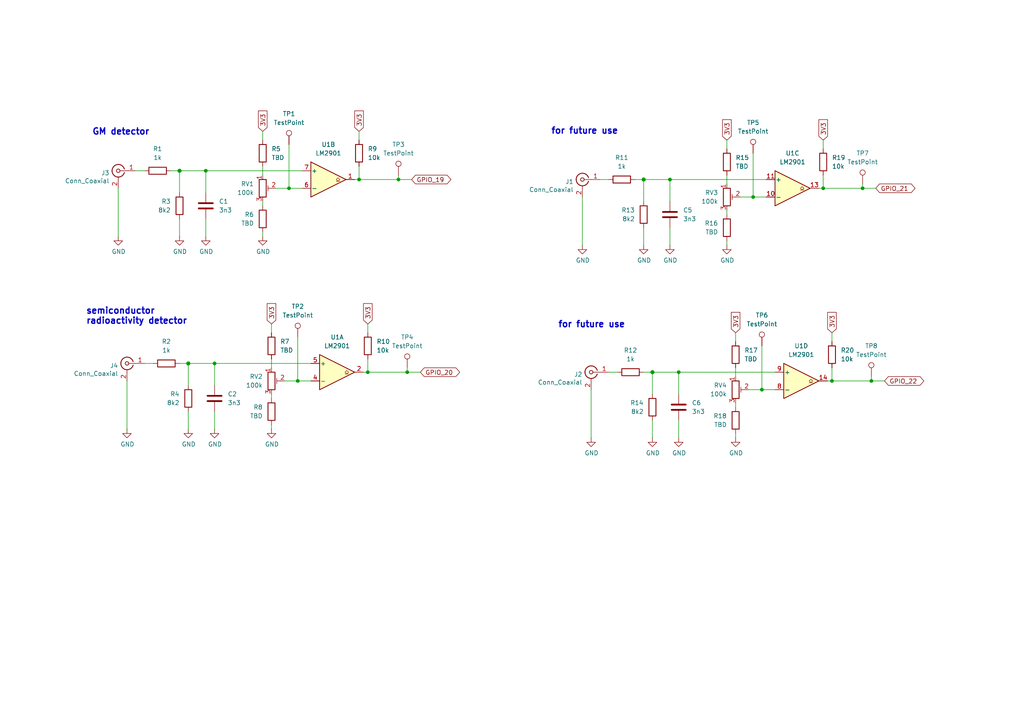
<source format=kicad_sch>
(kicad_sch (version 20250114) (generator "eeschema") (generator_version "9.0")
  (paper "A4")
  (lib_symbols
    (symbol "Comparator:LM2901" (pin_names (offset 0.127))
      (property "Reference" "U" (at 0 5.08 0))
      (property "Value" "LM2901" (at 0 -5.08 0))
      (symbol "LM2901_1_1"
        (polyline (pts (xy -5.08 5.08) (xy 5.08 0) (xy -5.08 -5.08) (xy -5.08 5.08)) (stroke (width 0.254)) (fill (type background)))
        (polyline (pts (xy 3.302 -0.508) (xy 2.794 -0.508) (xy 3.302 0) (xy 2.794 0.508) (xy 2.286 0) (xy 2.794 -0.508) (xy 2.286 -0.508)) (stroke (width 0.127)))
        (pin input line (at -7.62 2.54 0) (length 2.54) (name "+") (number "5"))
        (pin input line (at -7.62 -2.54 0) (length 2.54) (name "-") (number "4"))
        (pin open_collector line (at 7.62 0 180) (length 2.54) (name "~") (number "2"))
      )
      (symbol "LM2901_2_1"
        (polyline (pts (xy -5.08 5.08) (xy 5.08 0) (xy -5.08 -5.08) (xy -5.08 5.08)) (stroke (width 0.254)) (fill (type background)))
        (polyline (pts (xy 3.302 -0.508) (xy 2.794 -0.508) (xy 3.302 0) (xy 2.794 0.508) (xy 2.286 0) (xy 2.794 -0.508) (xy 2.286 -0.508)) (stroke (width 0.127)))
        (pin input line (at -7.62 2.54 0) (length 2.54) (name "+") (number "7"))
        (pin input line (at -7.62 -2.54 0) (length 2.54) (name "-") (number "6"))
        (pin open_collector line (at 7.62 0 180) (length 2.54) (name "~") (number "1"))
      )
      (symbol "LM2901_3_1"
        (polyline (pts (xy -5.08 5.08) (xy 5.08 0) (xy -5.08 -5.08) (xy -5.08 5.08)) (stroke (width 0.254)) (fill (type background)))
        (polyline (pts (xy 3.302 -0.508) (xy 2.794 -0.508) (xy 3.302 0) (xy 2.794 0.508) (xy 2.286 0) (xy 2.794 -0.508) (xy 2.286 -0.508)) (stroke (width 0.127)))
        (pin input line (at -7.62 2.54 0) (length 2.54) (name "+") (number "11"))
        (pin input line (at -7.62 -2.54 0) (length 2.54) (name "-") (number "10"))
        (pin open_collector line (at 7.62 0 180) (length 2.54) (name "~") (number "13"))
      )
      (symbol "LM2901_4_1"
        (polyline (pts (xy -5.08 5.08) (xy 5.08 0) (xy -5.08 -5.08) (xy -5.08 5.08)) (stroke (width 0.254)) (fill (type background)))
        (polyline (pts (xy 3.302 -0.508) (xy 2.794 -0.508) (xy 3.302 0) (xy 2.794 0.508) (xy 2.286 0) (xy 2.794 -0.508) (xy 2.286 -0.508)) (stroke (width 0.127)))
        (pin input line (at -7.62 2.54 0) (length 2.54) (name "+") (number "9"))
        (pin input line (at -7.62 -2.54 0) (length 2.54) (name "-") (number "8"))
        (pin open_collector line (at 7.62 0 180) (length 2.54) (name "~") (number "14"))
      )
      (symbol "LM2901_5_1"
        (pin power_in line (at -2.54 7.62 270) (length 3.81) (name "V+") (number "3"))
        (pin power_in line (at -2.54 -7.62 90) (length 3.81) (name "V-") (number "12"))
      )
    )
    (symbol "Connector:Conn_Coaxial" (pin_names (offset 1.016) (hide yes))
      (property "Reference" "J" (at 0.254 3.048 0))
      (property "Value" "Conn_Coaxial" (at 2.921 0 90))
      (symbol "Conn_Coaxial_0_1"
        (polyline (pts (xy -2.54 0) (xy -0.508 0)))
        (arc (start 1.778 0) (mid 0.222 -1.8079) (end -1.778 -0.508) (stroke (width 0.254)))
        (arc (start -1.778 0.508) (mid 0.2221 1.8084) (end 1.778 0) (stroke (width 0.254)))
        (circle (center 0 0) (radius 0.508) (stroke (width 0.2032)))
        (polyline (pts (xy 0 -2.54) (xy 0 -1.778)))
      )
      (symbol "Conn_Coaxial_1_1"
        (pin passive line (at -5.08 0 0) (length 2.54) (name "In") (number "1"))
        (pin passive line (at 0 -5.08 90) (length 2.54) (name "Ext") (number "2"))
      )
    )
    (symbol "Connector:TestPoint" (pin_numbers (hide yes)) (pin_names (offset 0.762) (hide yes))
      (property "Reference" "TP" (at 0 6.858 0))
      (property "Value" "TestPoint" (at 0 5.08 0))
      (symbol "TestPoint_0_1"
        (circle (center 0 3.302) (radius 0.762))
      )
      (symbol "TestPoint_1_1"
        (pin passive line (at 0 0 90) (length 2.54) (name "1") (number "1"))
      )
    )
    (symbol "Device:C" (pin_numbers (hide yes)) (pin_names (offset 0.254))
      (property "Reference" "C" (at 0.635 2.54 0))
      (property "Value" "C" (at 0.635 -2.54 0))
      (symbol "C_0_1"
        (polyline (pts (xy -2.032 0.762) (xy 2.032 0.762)) (stroke (width 0.508)))
        (polyline (pts (xy -2.032 -0.762) (xy 2.032 -0.762)) (stroke (width 0.508)))
      )
      (symbol "C_1_1"
        (pin passive line (at 0 3.81 270) (length 2.794) (name "~") (number "1"))
        (pin passive line (at 0 -3.81 90) (length 2.794) (name "~") (number "2"))
      )
    )
    (symbol "Device:R" (pin_numbers (hide yes)) (pin_names (offset 0))
      (property "Reference" "R" (at 2.032 0 90))
      (property "Value" "R" (at 0 0 90))
      (symbol "R_0_1"
        (rectangle (start -1.016 -2.54) (end 1.016 2.54) (stroke (width 0.254)))
      )
      (symbol "R_1_1"
        (pin passive line (at 0 3.81 270) (length 1.27) (name "~") (number "1"))
        (pin passive line (at 0 -3.81 90) (length 1.27) (name "~") (number "2"))
      )
    )
    (symbol "Device:R_Potentiometer_Trim" (pin_names (offset 1.016) (hide yes))
      (property "Reference" "RV" (at -4.445 0 90))
      (property "Value" "R_Potentiometer_Trim" (at -2.54 0 90))
      (symbol "R_Potentiometer_Trim_0_1"
        (rectangle (start 1.016 2.54) (end -1.016 -2.54) (stroke (width 0.254)))
        (polyline (pts (xy 1.524 0.762) (xy 1.524 -0.762)))
        (polyline (pts (xy 2.54 0) (xy 1.524 0)))
      )
      (symbol "R_Potentiometer_Trim_1_1"
        (pin passive line (at 0 3.81 270) (length 1.27) (name "1") (number "1"))
        (pin passive line (at 0 -3.81 90) (length 1.27) (name "3") (number "3"))
        (pin passive line (at 3.81 0 180) (length 1.27) (name "2") (number "2"))
      )
    )
    (symbol "power:GND" (power) (pin_numbers (hide yes)) (pin_names (offset 0) (hide yes))
      (property "Value" "GND" (at 0 -3.81 0))
      (symbol "GND_0_1"
        (polyline (pts (xy 0 0) (xy 0 -1.27) (xy 1.27 -1.27) (xy 0 -2.54) (xy -1.27 -1.27) (xy 0 -1.27)))
      )
      (symbol "GND_1_1"
        (pin power_in line (at 0 0 270) (length 0) (name "~") (number "1"))
      )
    )
  )
  (text "GM detector" (at 26.67 39.37 0) (effects (font (size 1.8034 1.8034) (thickness 0.3607) (bold yes)) (justify left bottom)))
  (text "for future use" (at 161.798 95.25 0) (effects (font (size 1.8034 1.8034) (thickness 0.3607) (bold yes)) (justify left bottom)))
  (text "semiconductor \nradioactivity detector" (at 24.892 94.234 0) (effects (font (size 1.8034 1.8034) (thickness 0.3607) (bold yes)) (justify left bottom)))
  (text "for future use" (at 159.766 39.116 0) (effects (font (size 1.8034 1.8034) (thickness 0.3607) (bold yes)) (justify left bottom)))
  (junction (at 59.69 49.53))
  (junction (at 83.82 54.61))
  (junction (at 189.23 107.95) (diameter 1.016))
  (junction (at 238.76 54.61))
  (junction (at 62.23 105.41))
  (junction (at 252.73 110.49))
  (junction (at 54.61 105.41) (diameter 1.016))
  (junction (at 250.19 54.61))
  (junction (at 115.57 52.07))
  (junction (at 241.3 110.49))
  (junction (at 106.68 107.95))
  (junction (at 186.69 52.07) (diameter 1.016))
  (junction (at 220.98 113.03))
  (junction (at 52.07 49.53) (diameter 1.016))
  (junction (at 104.14 52.07))
  (junction (at 86.36 110.49))
  (junction (at 218.44 57.15))
  (junction (at 194.31 52.07))
  (junction (at 118.11 107.95))
  (junction (at 196.85 107.95))
  (wire (pts (xy 82.55 110.49) (xy 86.36 110.49)))
  (wire (pts (xy 168.91 57.15) (xy 168.91 71.12)))
  (wire (pts (xy 252.73 110.49) (xy 256.54 110.49)))
  (wire (pts (xy 106.68 104.14) (xy 106.68 107.95)))
  (wire (pts (xy 214.63 57.15) (xy 218.44 57.15)))
  (wire (pts (xy 62.23 105.41) (xy 90.17 105.41)))
  (wire (pts (xy 34.29 54.61) (xy 34.29 68.58)))
  (wire (pts (xy 105.41 107.95) (xy 106.68 107.95)))
  (wire (pts (xy 213.36 106.68) (xy 213.36 109.22)))
  (wire (pts (xy 86.36 110.49) (xy 90.17 110.49)))
  (wire (pts (xy 217.17 113.03) (xy 220.98 113.03)))
  (wire (pts (xy 104.14 52.07) (xy 115.57 52.07)))
  (wire (pts (xy 213.36 125.73) (xy 213.36 127)))
  (wire (pts (xy 49.53 49.53) (xy 52.07 49.53)))
  (wire (pts (xy 115.57 50.8) (xy 115.57 52.07)))
  (wire (pts (xy 176.53 107.95) (xy 179.07 107.95)))
  (wire (pts (xy 76.2 38.1) (xy 76.2 40.64)))
  (wire (pts (xy 76.2 67.31) (xy 76.2 68.58)))
  (wire (pts (xy 186.69 52.07) (xy 186.69 58.42)))
  (wire (pts (xy 196.85 121.92) (xy 196.85 127)))
  (wire (pts (xy 54.61 105.41) (xy 62.23 105.41)))
  (wire (pts (xy 220.98 100.33) (xy 220.98 113.03)))
  (wire (pts (xy 76.2 58.42) (xy 76.2 59.69)))
  (wire (pts (xy 210.82 60.96) (xy 210.82 62.23)))
  (wire (pts (xy 59.69 63.5) (xy 59.69 68.58)))
  (wire (pts (xy 76.2 48.26) (xy 76.2 50.8)))
  (wire (pts (xy 210.82 40.64) (xy 210.82 43.18)))
  (wire (pts (xy 238.76 40.64) (xy 238.76 43.18)))
  (wire (pts (xy 80.01 54.61) (xy 83.82 54.61)))
  (wire (pts (xy 118.11 106.68) (xy 118.11 107.95)))
  (wire (pts (xy 106.68 107.95) (xy 118.11 107.95)))
  (wire (pts (xy 184.15 52.07) (xy 186.69 52.07)))
  (wire (pts (xy 54.61 105.41) (xy 54.61 111.76)))
  (wire (pts (xy 186.69 107.95) (xy 189.23 107.95)))
  (wire (pts (xy 83.82 54.61) (xy 87.63 54.61)))
  (wire (pts (xy 36.83 110.49) (xy 36.83 124.46)))
  (wire (pts (xy 115.57 52.07) (xy 119.38 52.07)))
  (wire (pts (xy 220.98 113.03) (xy 224.79 113.03)))
  (wire (pts (xy 78.74 114.3) (xy 78.74 115.57)))
  (wire (pts (xy 213.36 96.52) (xy 213.36 99.06)))
  (wire (pts (xy 52.07 49.53) (xy 52.07 55.88)))
  (wire (pts (xy 86.36 97.79) (xy 86.36 110.49)))
  (wire (pts (xy 78.74 104.14) (xy 78.74 106.68)))
  (wire (pts (xy 196.85 107.95) (xy 196.85 114.3)))
  (wire (pts (xy 213.36 116.84) (xy 213.36 118.11)))
  (wire (pts (xy 186.69 52.07) (xy 194.31 52.07)))
  (wire (pts (xy 118.11 107.95) (xy 121.92 107.95)))
  (wire (pts (xy 52.07 49.53) (xy 59.69 49.53)))
  (wire (pts (xy 238.76 50.8) (xy 238.76 54.61)))
  (wire (pts (xy 78.74 93.98) (xy 78.74 96.52)))
  (wire (pts (xy 196.85 107.95) (xy 224.79 107.95)))
  (wire (pts (xy 104.14 38.1) (xy 104.14 40.64)))
  (wire (pts (xy 106.68 93.98) (xy 106.68 96.52)))
  (wire (pts (xy 102.87 52.07) (xy 104.14 52.07)))
  (wire (pts (xy 59.69 49.53) (xy 59.69 55.88)))
  (wire (pts (xy 171.45 113.03) (xy 171.45 127)))
  (wire (pts (xy 62.23 105.41) (xy 62.23 111.76)))
  (wire (pts (xy 237.49 54.61) (xy 238.76 54.61)))
  (wire (pts (xy 241.3 96.52) (xy 241.3 99.06)))
  (wire (pts (xy 194.31 52.07) (xy 194.31 58.42)))
  (wire (pts (xy 210.82 50.8) (xy 210.82 53.34)))
  (wire (pts (xy 218.44 44.45) (xy 218.44 57.15)))
  (wire (pts (xy 104.14 48.26) (xy 104.14 52.07)))
  (wire (pts (xy 241.3 106.68) (xy 241.3 110.49)))
  (wire (pts (xy 194.31 52.07) (xy 222.25 52.07)))
  (wire (pts (xy 78.74 123.19) (xy 78.74 124.46)))
  (wire (pts (xy 62.23 119.38) (xy 62.23 124.46)))
  (wire (pts (xy 54.61 119.38) (xy 54.61 124.46)))
  (wire (pts (xy 41.91 105.41) (xy 44.45 105.41)))
  (wire (pts (xy 52.07 105.41) (xy 54.61 105.41)))
  (wire (pts (xy 252.73 109.22) (xy 252.73 110.49)))
  (wire (pts (xy 250.19 53.34) (xy 250.19 54.61)))
  (wire (pts (xy 83.82 41.91) (xy 83.82 54.61)))
  (wire (pts (xy 39.37 49.53) (xy 41.91 49.53)))
  (wire (pts (xy 186.69 66.04) (xy 186.69 71.12)))
  (wire (pts (xy 189.23 121.92) (xy 189.23 127)))
  (wire (pts (xy 59.69 49.53) (xy 87.63 49.53)))
  (wire (pts (xy 218.44 57.15) (xy 222.25 57.15)))
  (wire (pts (xy 238.76 54.61) (xy 250.19 54.61)))
  (wire (pts (xy 250.19 54.61) (xy 254 54.61)))
  (wire (pts (xy 194.31 66.04) (xy 194.31 71.12)))
  (wire (pts (xy 173.99 52.07) (xy 176.53 52.07)))
  (wire (pts (xy 52.07 63.5) (xy 52.07 68.58)))
  (wire (pts (xy 189.23 107.95) (xy 189.23 114.3)))
  (wire (pts (xy 189.23 107.95) (xy 196.85 107.95)))
  (wire (pts (xy 210.82 69.85) (xy 210.82 71.12)))
  (wire (pts (xy 240.03 110.49) (xy 241.3 110.49)))
  (wire (pts (xy 241.3 110.49) (xy 252.73 110.49)))
  (global_label "GPIO_19" (shape bidirectional) (at 119.38 52.07 0) (property "Intersheetrefs" "${INTERSHEET_REFS}" (effects (hide yes))))
  (global_label "3V3" (shape input) (at 238.76 40.64 90) (property "Intersheetrefs" "${INTERSHEET_REFS}" (effects (hide yes))))
  (global_label "GPIO_20" (shape bidirectional) (at 121.92 107.95 0) (property "Intersheetrefs" "${INTERSHEET_REFS}" (effects (hide yes))))
  (global_label "GPIO_22" (shape bidirectional) (at 256.54 110.49 0) (property "Intersheetrefs" "${INTERSHEET_REFS}" (effects (hide yes))))
  (global_label "GPIO_21" (shape bidirectional) (at 254 54.61 0) (property "Intersheetrefs" "${INTERSHEET_REFS}" (effects (hide yes))))
  (global_label "3V3" (shape input) (at 76.2 38.1 90) (property "Intersheetrefs" "${INTERSHEET_REFS}" (effects (hide yes))))
  (global_label "3V3" (shape input) (at 213.36 96.52 90) (property "Intersheetrefs" "${INTERSHEET_REFS}" (effects (hide yes))))
  (global_label "3V3" (shape input) (at 78.74 93.98 90) (property "Intersheetrefs" "${INTERSHEET_REFS}" (effects (hide yes))))
  (global_label "3V3" (shape input) (at 106.68 93.98 90) (property "Intersheetrefs" "${INTERSHEET_REFS}" (effects (hide yes))))
  (global_label "3V3" (shape input) (at 241.3 96.52 90) (property "Intersheetrefs" "${INTERSHEET_REFS}" (effects (hide yes))))
  (global_label "3V3" (shape input) (at 104.14 38.1 90) (property "Intersheetrefs" "${INTERSHEET_REFS}" (effects (hide yes))))
  (global_label "3V3" (shape input) (at 210.82 40.64 90) (property "Intersheetrefs" "${INTERSHEET_REFS}" (effects (hide yes))))
  (symbol (lib_id "Device:R") (at 48.26 105.41 90) (unit 1)
    (property "Reference" "R2" (at 48.26 99.06 90))
    (property "Value" "1k" (at 48.26 101.6 90))
    (property "Footprint" "Resistor_SMD:R_0805_2012Metric" (effects (hide yes)))
  )
  (symbol (lib_id "Device:R") (at 186.69 62.23 180) (unit 1)
    (property "Reference" "R13" (at 184.15 60.9599 0) (effects (justify left)))
    (property "Value" "8k2" (at 184.15 63.4999 0) (effects (justify left)))
    (property "Footprint" "Resistor_SMD:R_0805_2012Metric" (effects (hide yes)))
  )
  (symbol (lib_id "power:GND") (at 186.69 71.12 0) (unit 1)
    (property "Reference" "#PWR029" (effects (hide yes)))
    (property "Value" "GND" (at 186.817 75.5142 0))
    (property "Description" "Power symbol creates a global label with name \"GND\" , ground" (effects (hide yes)))
  )
  (symbol (lib_id "Connector:Conn_Coaxial") (at 36.83 105.41 0) (mirror y) (unit 1)
    (property "Reference" "J4" (at 34.29 106.045 0) (effects (justify left)))
    (property "Value" "Conn_Coaxial" (at 34.29 108.3564 0) (effects (justify left)))
    (property "Footprint" "Connector_Coaxial:SMA_Molex_73251-2200_Horizontal" (effects (hide yes)))
    (property "Description" "coaxial connector (BNC, SMA, SMB, SMC, Cinch/RCA, LEMO, ...)" (effects (hide yes)))
  )
  (symbol (lib_id "Connector:TestPoint") (at 252.73 109.22 0) (unit 1)
    (property "Reference" "TP8" (at 252.73 100.33 0))
    (property "Value" "TestPoint" (at 252.73 102.87 0))
    (property "Footprint" "TestPoint:TestPoint_Pad_D1.5mm" (effects (hide yes)))
  )
  (symbol (lib_id "power:GND") (at 78.74 124.46 0) (unit 1)
    (property "Reference" "#PWR021" (effects (hide yes)))
    (property "Value" "GND" (at 78.867 128.8542 0))
    (property "Description" "Power symbol creates a global label with name \"GND\" , ground" (effects (hide yes)))
  )
  (symbol (lib_id "Comparator:LM2901") (at 97.79 107.95 0) (unit 1)
    (property "Reference" "U1" (at 97.79 97.79 0))
    (property "Value" "LM2901" (at 97.79 100.33 0))
    (property "Footprint" "Package_SO:SO-14_3.9x8.65mm_P1.27mm" (effects (hide yes)))
    (property "Datasheet" "https://www.st.com/resource/en/datasheet/lm2901.pdf" (effects (hide yes)))
    (property "Description" "Quad Differential Comparators, DIP-14/SOIC-14/TSSOP-14" (effects (hide yes)))
  )
  (symbol (lib_id "Comparator:LM2901") (at 229.87 54.61 0) (unit 3)
    (property "Reference" "U1" (at 229.87 44.45 0))
    (property "Value" "LM2901" (at 229.87 46.99 0))
    (property "Footprint" "Package_SO:SO-14_3.9x8.65mm_P1.27mm" (effects (hide yes)))
    (property "Datasheet" "https://www.st.com/resource/en/datasheet/lm2901.pdf" (effects (hide yes)))
    (property "Description" "Quad Differential Comparators, DIP-14/SOIC-14/TSSOP-14" (effects (hide yes)))
  )
  (symbol (lib_id "Connector:TestPoint") (at 250.19 53.34 0) (unit 1)
    (property "Reference" "TP7" (at 250.19 44.45 0))
    (property "Value" "TestPoint" (at 250.19 46.99 0))
    (property "Footprint" "TestPoint:TestPoint_Pad_D1.5mm" (effects (hide yes)))
  )
  (symbol (lib_id "Connector:TestPoint") (at 118.11 106.68 0) (unit 1)
    (property "Reference" "TP4" (at 118.11 97.79 0))
    (property "Value" "TestPoint" (at 118.11 100.33 0))
    (property "Footprint" "TestPoint:TestPoint_Pad_D1.5mm" (effects (hide yes)))
  )
  (symbol (lib_id "power:GND") (at 168.91 71.12 0) (unit 1)
    (property "Reference" "#PWR028" (effects (hide yes)))
    (property "Value" "GND" (at 169.037 75.5142 0))
    (property "Description" "Power symbol creates a global label with name \"GND\" , ground" (effects (hide yes)))
  )
  (symbol (lib_id "power:GND") (at 59.69 68.58 0) (unit 1)
    (property "Reference" "#PWR05" (effects (hide yes)))
    (property "Value" "GND" (at 59.817 72.9742 0))
    (property "Description" "Power symbol creates a global label with name \"GND\" , ground" (effects (hide yes)))
  )
  (symbol (lib_id "Comparator:LM2901") (at 95.25 52.07 0) (unit 2)
    (property "Reference" "U1" (at 95.25 41.91 0))
    (property "Value" "LM2901" (at 95.25 44.45 0))
    (property "Footprint" "Package_SO:SO-14_3.9x8.65mm_P1.27mm" (effects (hide yes)))
    (property "Datasheet" "https://www.st.com/resource/en/datasheet/lm2901.pdf" (effects (hide yes)))
    (property "Description" "Quad Differential Comparators, DIP-14/SOIC-14/TSSOP-14" (effects (hide yes)))
  )
  (symbol (lib_id "Device:R") (at 238.76 46.99 180) (unit 1)
    (property "Reference" "R19" (at 241.3 45.7199 0) (effects (justify right)))
    (property "Value" "10k" (at 241.3 48.2599 0) (effects (justify right)))
    (property "Footprint" "Resistor_SMD:R_0805_2012Metric" (effects (hide yes)))
  )
  (symbol (lib_id "Device:R") (at 213.36 102.87 180) (unit 1)
    (property "Reference" "R17" (at 215.9 101.5999 0) (effects (justify right)))
    (property "Value" "TBD" (at 215.9 104.1399 0) (effects (justify right)))
    (property "Footprint" "Resistor_SMD:R_0805_2012Metric" (effects (hide yes)))
  )
  (symbol (lib_id "Device:R") (at 213.36 121.92 180) (unit 1)
    (property "Reference" "R18" (at 210.82 120.6499 0) (effects (justify left)))
    (property "Value" "TBD" (at 210.82 123.1899 0) (effects (justify left)))
    (property "Footprint" "Resistor_SMD:R_0805_2012Metric" (effects (hide yes)))
  )
  (symbol (lib_id "Connector:Conn_Coaxial") (at 34.29 49.53 0) (mirror y) (unit 1)
    (property "Reference" "J3" (at 31.75 50.165 0) (effects (justify left)))
    (property "Value" "Conn_Coaxial" (at 31.75 52.4764 0) (effects (justify left)))
    (property "Footprint" "Connector_Coaxial:SMA_Molex_73251-2200_Horizontal" (effects (hide yes)))
    (property "Description" "coaxial connector (BNC, SMA, SMB, SMC, Cinch/RCA, LEMO, ...)" (effects (hide yes)))
  )
  (symbol (lib_id "Connector:TestPoint") (at 220.98 100.33 0) (unit 1)
    (property "Reference" "TP6" (at 220.98 91.44 0))
    (property "Value" "TestPoint" (at 220.98 93.98 0))
    (property "Footprint" "TestPoint:TestPoint_Pad_D1.5mm" (effects (hide yes)))
  )
  (symbol (lib_id "Device:R") (at 189.23 118.11 180) (unit 1)
    (property "Reference" "R14" (at 186.69 116.8399 0) (effects (justify left)))
    (property "Value" "8k2" (at 186.69 119.3799 0) (effects (justify left)))
    (property "Footprint" "Resistor_SMD:R_0805_2012Metric" (effects (hide yes)))
  )
  (symbol (lib_id "Device:C") (at 194.31 62.23 0) (unit 1)
    (property "Reference" "C5" (at 198.12 60.9599 0) (effects (justify left)))
    (property "Value" "3n3" (at 198.12 63.4999 0) (effects (justify left)))
    (property "Footprint" "Capacitor_SMD:C_0805_2012Metric" (effects (hide yes)))
  )
  (symbol (lib_id "Connector:TestPoint") (at 218.44 44.45 0) (unit 1)
    (property "Reference" "TP5" (at 218.44 35.56 0))
    (property "Value" "TestPoint" (at 218.44 38.1 0))
    (property "Footprint" "TestPoint:TestPoint_Pad_D1.5mm" (effects (hide yes)))
  )
  (symbol (lib_id "power:GND") (at 210.82 71.12 0) (unit 1)
    (property "Reference" "#PWR031" (effects (hide yes)))
    (property "Value" "GND" (at 210.947 75.5142 0))
    (property "Description" "Power symbol creates a global label with name \"GND\" , ground" (effects (hide yes)))
  )
  (symbol (lib_id "Device:R") (at 76.2 63.5 180) (unit 1)
    (property "Reference" "R6" (at 73.66 62.2299 0) (effects (justify left)))
    (property "Value" "TBD" (at 73.66 64.7699 0) (effects (justify left)))
    (property "Footprint" "Resistor_SMD:R_0805_2012Metric" (effects (hide yes)))
  )
  (symbol (lib_id "Connector:Conn_Coaxial") (at 168.91 52.07 0) (mirror y) (unit 1)
    (property "Reference" "J1" (at 166.37 52.705 0) (effects (justify left)))
    (property "Value" "Conn_Coaxial" (at 166.37 55.0164 0) (effects (justify left)))
    (property "Footprint" "Connector_Coaxial:SMA_Molex_73251-2200_Horizontal" (effects (hide yes)))
    (property "Description" "coaxial connector (BNC, SMA, SMB, SMC, Cinch/RCA, LEMO, ...)" (effects (hide yes)))
  )
  (symbol (lib_id "power:GND") (at 52.07 68.58 0) (unit 1)
    (property "Reference" "#PWR03" (effects (hide yes)))
    (property "Value" "GND" (at 52.197 72.9742 0))
    (property "Description" "Power symbol creates a global label with name \"GND\" , ground" (effects (hide yes)))
  )
  (symbol (lib_id "power:GND") (at 196.85 127 0) (unit 1)
    (property "Reference" "#PWR025" (effects (hide yes)))
    (property "Value" "GND" (at 196.977 131.3942 0))
    (property "Description" "Power symbol creates a global label with name \"GND\" , ground" (effects (hide yes)))
  )
  (symbol (lib_id "power:GND") (at 189.23 127 0) (unit 1)
    (property "Reference" "#PWR024" (effects (hide yes)))
    (property "Value" "GND" (at 189.357 131.3942 0))
    (property "Description" "Power symbol creates a global label with name \"GND\" , ground" (effects (hide yes)))
  )
  (symbol (lib_id "Comparator:LM2901") (at 232.41 110.49 0) (unit 4)
    (property "Reference" "U1" (at 232.41 100.33 0))
    (property "Value" "LM2901" (at 232.41 102.87 0))
    (property "Footprint" "Package_SO:SO-14_3.9x8.65mm_P1.27mm" (effects (hide yes)))
    (property "Datasheet" "https://www.st.com/resource/en/datasheet/lm2901.pdf" (effects (hide yes)))
    (property "Description" "Quad Differential Comparators, DIP-14/SOIC-14/TSSOP-14" (effects (hide yes)))
  )
  (symbol (lib_id "power:GND") (at 34.29 68.58 0) (unit 1)
    (property "Reference" "#PWR01" (effects (hide yes)))
    (property "Value" "GND" (at 34.417 72.9742 0))
    (property "Description" "Power symbol creates a global label with name \"GND\" , ground" (effects (hide yes)))
  )
  (symbol (lib_id "Device:R_Potentiometer_Trim") (at 76.2 54.61 0) (unit 1)
    (property "Reference" "RV1" (at 73.66 53.3399 0) (effects (justify right)))
    (property "Value" "100k" (at 73.66 55.8799 0) (effects (justify right)))
    (property "Footprint" "Potentiometer_THT:Potentiometer_Bourns_3296W_Vertical" (effects (hide yes)))
    (property "Description" "Trim-potentiometer" (effects (hide yes)))
  )
  (symbol (lib_id "Device:R") (at 52.07 59.69 180) (unit 1)
    (property "Reference" "R3" (at 49.53 58.4199 0) (effects (justify left)))
    (property "Value" "8k2" (at 49.53 60.9599 0) (effects (justify left)))
    (property "Footprint" "Resistor_SMD:R_0805_2012Metric" (effects (hide yes)))
  )
  (symbol (lib_id "power:GND") (at 171.45 127 0) (unit 1)
    (property "Reference" "#PWR023" (effects (hide yes)))
    (property "Value" "GND" (at 171.577 131.3942 0))
    (property "Description" "Power symbol creates a global label with name \"GND\" , ground" (effects (hide yes)))
  )
  (symbol (lib_id "Device:C") (at 59.69 59.69 0) (unit 1)
    (property "Reference" "C1" (at 63.5 58.4199 0) (effects (justify left)))
    (property "Value" "3n3" (at 63.5 60.9599 0) (effects (justify left)))
    (property "Footprint" "Capacitor_SMD:C_0805_2012Metric" (effects (hide yes)))
  )
  (symbol (lib_id "Connector:Conn_Coaxial") (at 171.45 107.95 0) (mirror y) (unit 1)
    (property "Reference" "J2" (at 168.91 108.585 0) (effects (justify left)))
    (property "Value" "Conn_Coaxial" (at 168.91 110.8964 0) (effects (justify left)))
    (property "Footprint" "Connector_Coaxial:SMA_Molex_73251-2200_Horizontal" (effects (hide yes)))
    (property "Description" "coaxial connector (BNC, SMA, SMB, SMC, Cinch/RCA, LEMO, ...)" (effects (hide yes)))
  )
  (symbol (lib_id "power:GND") (at 213.36 127 0) (unit 1)
    (property "Reference" "#PWR026" (effects (hide yes)))
    (property "Value" "GND" (at 213.487 131.3942 0))
    (property "Description" "Power symbol creates a global label with name \"GND\" , ground" (effects (hide yes)))
  )
  (symbol (lib_id "Device:R") (at 78.74 119.38 180) (unit 1)
    (property "Reference" "R8" (at 76.2 118.1099 0) (effects (justify left)))
    (property "Value" "TBD" (at 76.2 120.6499 0) (effects (justify left)))
    (property "Footprint" "Resistor_SMD:R_0805_2012Metric" (effects (hide yes)))
  )
  (symbol (lib_id "Device:R") (at 241.3 102.87 180) (unit 1)
    (property "Reference" "R20" (at 243.84 101.5999 0) (effects (justify right)))
    (property "Value" "10k" (at 243.84 104.1399 0) (effects (justify right)))
    (property "Footprint" "Resistor_SMD:R_0805_2012Metric" (effects (hide yes)))
  )
  (symbol (lib_id "power:GND") (at 194.31 71.12 0) (unit 1)
    (property "Reference" "#PWR030" (effects (hide yes)))
    (property "Value" "GND" (at 194.437 75.5142 0))
    (property "Description" "Power symbol creates a global label with name \"GND\" , ground" (effects (hide yes)))
  )
  (symbol (lib_id "power:GND") (at 54.61 124.46 0) (unit 1)
    (property "Reference" "#PWR019" (effects (hide yes)))
    (property "Value" "GND" (at 54.737 128.8542 0))
    (property "Description" "Power symbol creates a global label with name \"GND\" , ground" (effects (hide yes)))
  )
  (symbol (lib_id "Device:R") (at 182.88 107.95 90) (unit 1)
    (property "Reference" "R12" (at 182.88 101.6 90))
    (property "Value" "1k" (at 182.88 104.14 90))
    (property "Footprint" "Resistor_SMD:R_0805_2012Metric" (effects (hide yes)))
  )
  (symbol (lib_id "Device:C") (at 62.23 115.57 0) (unit 1)
    (property "Reference" "C2" (at 66.04 114.2999 0) (effects (justify left)))
    (property "Value" "3n3" (at 66.04 116.8399 0) (effects (justify left)))
    (property "Footprint" "Capacitor_SMD:C_0805_2012Metric" (effects (hide yes)))
  )
  (symbol (lib_id "Device:R") (at 78.74 100.33 180) (unit 1)
    (property "Reference" "R7" (at 81.28 99.0599 0) (effects (justify right)))
    (property "Value" "TBD" (at 81.28 101.5999 0) (effects (justify right)))
    (property "Footprint" "Resistor_SMD:R_0805_2012Metric" (effects (hide yes)))
  )
  (symbol (lib_id "Device:R_Potentiometer_Trim") (at 213.36 113.03 0) (unit 1)
    (property "Reference" "RV4" (at 210.82 111.7599 0) (effects (justify right)))
    (property "Value" "100k" (at 210.82 114.2999 0) (effects (justify right)))
    (property "Footprint" "Potentiometer_THT:Potentiometer_Bourns_3296W_Vertical" (effects (hide yes)))
    (property "Description" "Trim-potentiometer" (effects (hide yes)))
  )
  (symbol (lib_id "Device:R") (at 180.34 52.07 90) (unit 1)
    (property "Reference" "R11" (at 180.34 45.72 90))
    (property "Value" "1k" (at 180.34 48.26 90))
    (property "Footprint" "Resistor_SMD:R_0805_2012Metric" (effects (hide yes)))
  )
  (symbol (lib_id "power:GND") (at 62.23 124.46 0) (unit 1)
    (property "Reference" "#PWR020" (effects (hide yes)))
    (property "Value" "GND" (at 62.357 128.8542 0))
    (property "Description" "Power symbol creates a global label with name \"GND\" , ground" (effects (hide yes)))
  )
  (symbol (lib_id "power:GND") (at 76.2 68.58 0) (unit 1)
    (property "Reference" "#PWR07" (effects (hide yes)))
    (property "Value" "GND" (at 76.327 72.9742 0))
    (property "Description" "Power symbol creates a global label with name \"GND\" , ground" (effects (hide yes)))
  )
  (symbol (lib_id "Device:R") (at 54.61 115.57 180) (unit 1)
    (property "Reference" "R4" (at 52.07 114.2999 0) (effects (justify left)))
    (property "Value" "8k2" (at 52.07 116.8399 0) (effects (justify left)))
    (property "Footprint" "Resistor_SMD:R_0805_2012Metric" (effects (hide yes)))
  )
  (symbol (lib_id "Connector:TestPoint") (at 83.82 41.91 0) (unit 1)
    (property "Reference" "TP1" (at 83.82 33.02 0))
    (property "Value" "TestPoint" (at 83.82 35.56 0))
    (property "Footprint" "TestPoint:TestPoint_Pad_D1.5mm" (effects (hide yes)))
  )
  (symbol (lib_id "Device:R") (at 45.72 49.53 90) (unit 1)
    (property "Reference" "R1" (at 45.72 43.18 90))
    (property "Value" "1k" (at 45.72 45.72 90))
    (property "Footprint" "Resistor_SMD:R_0805_2012Metric" (effects (hide yes)))
  )
  (symbol (lib_id "Device:R_Potentiometer_Trim") (at 210.82 57.15 0) (unit 1)
    (property "Reference" "RV3" (at 208.28 55.8799 0) (effects (justify right)))
    (property "Value" "100k" (at 208.28 58.4199 0) (effects (justify right)))
    (property "Footprint" "Potentiometer_THT:Potentiometer_Bourns_3296W_Vertical" (effects (hide yes)))
    (property "Description" "Trim-potentiometer" (effects (hide yes)))
  )
  (symbol (lib_id "Device:R_Potentiometer_Trim") (at 78.74 110.49 0) (unit 1)
    (property "Reference" "RV2" (at 76.2 109.2199 0) (effects (justify right)))
    (property "Value" "100k" (at 76.2 111.7599 0) (effects (justify right)))
    (property "Footprint" "Potentiometer_THT:Potentiometer_Bourns_3296W_Vertical" (effects (hide yes)))
    (property "Description" "Trim-potentiometer" (effects (hide yes)))
  )
  (symbol (lib_id "Device:C") (at 196.85 118.11 0) (unit 1)
    (property "Reference" "C6" (at 200.66 116.8399 0) (effects (justify left)))
    (property "Value" "3n3" (at 200.66 119.3799 0) (effects (justify left)))
    (property "Footprint" "Capacitor_SMD:C_0805_2012Metric" (effects (hide yes)))
  )
  (symbol (lib_id "Device:R") (at 106.68 100.33 180) (unit 1)
    (property "Reference" "R10" (at 109.22 99.0599 0) (effects (justify right)))
    (property "Value" "10k" (at 109.22 101.5999 0) (effects (justify right)))
    (property "Footprint" "Resistor_SMD:R_0805_2012Metric" (effects (hide yes)))
  )
  (symbol (lib_id "Device:R") (at 104.14 44.45 180) (unit 1)
    (property "Reference" "R9" (at 106.68 43.1799 0) (effects (justify right)))
    (property "Value" "10k" (at 106.68 45.7199 0) (effects (justify right)))
    (property "Footprint" "Resistor_SMD:R_0805_2012Metric" (effects (hide yes)))
  )
  (symbol (lib_id "Connector:TestPoint") (at 115.57 50.8 0) (unit 1)
    (property "Reference" "TP3" (at 115.57 41.91 0))
    (property "Value" "TestPoint" (at 115.57 44.45 0))
    (property "Footprint" "TestPoint:TestPoint_Pad_D1.5mm" (effects (hide yes)))
  )
  (symbol (lib_id "Connector:TestPoint") (at 86.36 97.79 0) (unit 1)
    (property "Reference" "TP2" (at 86.36 88.9 0))
    (property "Value" "TestPoint" (at 86.36 91.44 0))
    (property "Footprint" "TestPoint:TestPoint_Pad_D1.5mm" (effects (hide yes)))
  )
  (symbol (lib_id "power:GND") (at 36.83 124.46 0) (unit 1)
    (property "Reference" "#PWR018" (effects (hide yes)))
    (property "Value" "GND" (at 36.957 128.8542 0))
    (property "Description" "Power symbol creates a global label with name \"GND\" , ground" (effects (hide yes)))
  )
  (symbol (lib_id "Device:R") (at 76.2 44.45 180) (unit 1)
    (property "Reference" "R5" (at 78.74 43.1799 0) (effects (justify right)))
    (property "Value" "TBD" (at 78.74 45.7199 0) (effects (justify right)))
    (property "Footprint" "Resistor_SMD:R_0805_2012Metric" (effects (hide yes)))
  )
  (symbol (lib_id "Device:R") (at 210.82 46.99 180) (unit 1)
    (property "Reference" "R15" (at 213.36 45.7199 0) (effects (justify right)))
    (property "Value" "TBD" (at 213.36 48.2599 0) (effects (justify right)))
    (property "Footprint" "Resistor_SMD:R_0805_2012Metric" (effects (hide yes)))
  )
  (symbol (lib_id "Device:R") (at 210.82 66.04 180) (unit 1)
    (property "Reference" "R16" (at 208.28 64.7699 0) (effects (justify left)))
    (property "Value" "TBD" (at 208.28 67.3099 0) (effects (justify left)))
    (property "Footprint" "Resistor_SMD:R_0805_2012Metric" (effects (hide yes)))
  )
)
</source>
